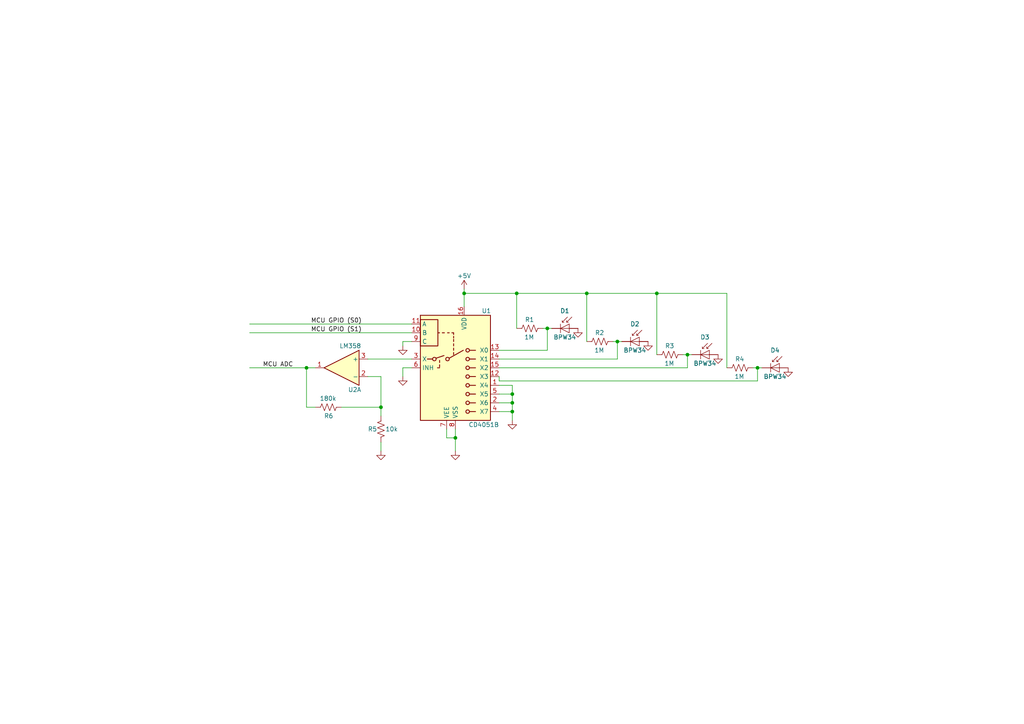
<source format=kicad_sch>
(kicad_sch (version 20211123) (generator eeschema)
  (paper "A4")
  (lib_symbols
    (symbol "Amplifier_Operational:LM358" (pin_names (offset 0.127))
      (property "Reference" "U" (at 0 5.08 0))
      (property "Value" "LM358" (at 0 -5.08 0))
      (symbol "LM358_1_1"
        (polyline (pts (xy -5.08 5.08) (xy 5.08 0) (xy -5.08 -5.08) (xy -5.08 5.08)) (stroke (width 0.254)) (fill (type background)))
        (pin output line (at 7.62 0 180) (length 2.54) (name "~") (number "1"))
        (pin input line (at -7.62 -2.54 0) (length 2.54) (name "-") (number "2"))
        (pin input line (at -7.62 2.54 0) (length 2.54) (name "+") (number "3"))
      )
      (symbol "LM358_2_1"
        (polyline (pts (xy -5.08 5.08) (xy 5.08 0) (xy -5.08 -5.08) (xy -5.08 5.08)) (stroke (width 0.254)) (fill (type background)))
        (pin input line (at -7.62 2.54 0) (length 2.54) (name "+") (number "5"))
        (pin input line (at -7.62 -2.54 0) (length 2.54) (name "-") (number "6"))
        (pin output line (at 7.62 0 180) (length 2.54) (name "~") (number "7"))
      )
      (symbol "LM358_3_1"
        (pin power_in line (at -2.54 -7.62 90) (length 3.81) (name "V-") (number "4"))
        (pin power_in line (at -2.54 7.62 270) (length 3.81) (name "V+") (number "8"))
      )
    )
    (symbol "Analog_Switch:CD4051B"
      (property "Reference" "U" (at -10.16 16.51 0))
      (property "Value" "CD4051B" (at 3.81 16.51 0))
      (symbol "CD4051B_0_1"
        (rectangle (start -10.16 6.35) (end -5.08 13.97) (stroke (width 0.254)))
        (rectangle (start -10.16 15.24) (end 10.16 -15.24) (stroke (width 0.254)) (fill (type background)))
        (circle (center -6.096 2.54) (radius 0.508) (stroke (width 0.254)))
        (circle (center -2.286 2.54) (radius 0.508) (stroke (width 0.254)))
        (polyline (pts (xy -8.128 2.54) (xy -6.604 2.54)) (stroke (width 0.254)))
        (polyline (pts (xy -5.588 2.794) (xy -3.302 3.556)) (stroke (width 0.254)))
        (polyline (pts (xy -4.572 0) (xy -5.207 0)) (stroke (width 0.254)))
        (polyline (pts (xy -4.572 0.254) (xy -4.572 0.889)) (stroke (width 0.254)))
        (polyline (pts (xy -4.572 1.524) (xy -4.572 2.159)) (stroke (width 0.254)))
        (polyline (pts (xy -4.572 10.16) (xy -5.08 10.16)) (stroke (width 0.254)))
        (polyline (pts (xy -3.81 10.16) (xy -3.175 10.16)) (stroke (width 0.254)))
        (polyline (pts (xy -1.778 2.794) (xy 2.286 5.08)) (stroke (width 0.254)))
        (polyline (pts (xy -1.778 10.16) (xy -2.286 10.16)) (stroke (width 0.254)))
        (polyline (pts (xy -0.508 3.81) (xy -0.508 4.445)) (stroke (width 0.254)))
        (polyline (pts (xy -0.508 5.08) (xy -0.508 5.715)) (stroke (width 0.254)))
        (polyline (pts (xy -0.508 6.35) (xy -0.508 6.985)) (stroke (width 0.254)))
        (polyline (pts (xy -0.508 7.62) (xy -0.508 8.255)) (stroke (width 0.254)))
        (polyline (pts (xy -0.508 8.636) (xy -0.508 9.144)) (stroke (width 0.254)))
        (polyline (pts (xy -0.508 9.652) (xy -0.508 10.16)) (stroke (width 0.254)))
        (polyline (pts (xy -0.508 10.16) (xy -1.016 10.16)) (stroke (width 0.254)))
        (polyline (pts (xy 4.064 -12.7) (xy 5.842 -12.7)) (stroke (width 0.254)))
        (polyline (pts (xy 4.064 -10.16) (xy 5.842 -10.16)) (stroke (width 0.254)))
        (polyline (pts (xy 4.064 -7.62) (xy 5.842 -7.62)) (stroke (width 0.254)))
        (polyline (pts (xy 4.064 -5.08) (xy 5.842 -5.08)) (stroke (width 0.254)))
        (polyline (pts (xy 4.064 -2.54) (xy 5.842 -2.54)) (stroke (width 0.254)))
        (polyline (pts (xy 4.064 0) (xy 5.842 0)) (stroke (width 0.254)))
        (polyline (pts (xy 4.064 2.54) (xy 5.842 2.54)) (stroke (width 0.254)))
        (polyline (pts (xy 4.064 5.08) (xy 5.842 5.08)) (stroke (width 0.254)))
        (circle (center 3.556 -12.7) (radius 0.508) (stroke (width 0.254)))
        (circle (center 3.556 -10.16) (radius 0.508) (stroke (width 0.254)))
        (circle (center 3.556 -7.62) (radius 0.508) (stroke (width 0.254)))
        (circle (center 3.556 -5.08) (radius 0.508) (stroke (width 0.254)))
        (circle (center 3.556 -2.54) (radius 0.508) (stroke (width 0.254)))
        (circle (center 3.556 0) (radius 0.508) (stroke (width 0.254)))
        (circle (center 3.556 2.54) (radius 0.508) (stroke (width 0.254)))
        (circle (center 3.556 5.08) (radius 0.508) (stroke (width 0.254)))
      )
      (symbol "CD4051B_1_1"
        (pin bidirectional line (at 12.7 -5.08 180) (length 2.54) (name "X4") (number "1"))
        (pin input line (at -12.7 10.16 0) (length 2.54) (name "B") (number "10"))
        (pin input line (at -12.7 12.7 0) (length 2.54) (name "A") (number "11"))
        (pin bidirectional line (at 12.7 -2.54 180) (length 2.54) (name "X3") (number "12"))
        (pin bidirectional line (at 12.7 5.08 180) (length 2.54) (name "X0") (number "13"))
        (pin bidirectional line (at 12.7 2.54 180) (length 2.54) (name "X1") (number "14"))
        (pin bidirectional line (at 12.7 0 180) (length 2.54) (name "X2") (number "15"))
        (pin power_in line (at 2.54 17.78 270) (length 2.54) (name "VDD") (number "16"))
        (pin bidirectional line (at 12.7 -10.16 180) (length 2.54) (name "X6") (number "2"))
        (pin bidirectional line (at -12.7 2.54 0) (length 2.54) (name "X") (number "3"))
        (pin bidirectional line (at 12.7 -12.7 180) (length 2.54) (name "X7") (number "4"))
        (pin bidirectional line (at 12.7 -7.62 180) (length 2.54) (name "X5") (number "5"))
        (pin input line (at -12.7 0 0) (length 2.54) (name "INH") (number "6"))
        (pin power_in line (at -2.54 -17.78 90) (length 2.54) (name "VEE") (number "7"))
        (pin power_in line (at 0 -17.78 90) (length 2.54) (name "VSS") (number "8"))
        (pin input line (at -12.7 7.62 0) (length 2.54) (name "C") (number "9"))
      )
    )
    (symbol "Device:R_US" (pin_numbers hide) (pin_names (offset 0))
      (property "Reference" "R" (at 2.54 0 90))
      (property "Value" "R_US" (at -2.54 0 90))
      (symbol "R_US_0_1"
        (polyline (pts (xy 0 -2.286) (xy 0 -2.54)))
        (polyline (pts (xy 0 2.286) (xy 0 2.54)))
        (polyline (pts (xy 0 -0.762) (xy 1.016 -1.143) (xy 0 -1.524) (xy -1.016 -1.905) (xy 0 -2.286)))
        (polyline (pts (xy 0 0.762) (xy 1.016 0.381) (xy 0 0) (xy -1.016 -0.381) (xy 0 -0.762)))
        (polyline (pts (xy 0 2.286) (xy 1.016 1.905) (xy 0 1.524) (xy -1.016 1.143) (xy 0 0.762)))
      )
      (symbol "R_US_1_1"
        (pin passive line (at 0 3.81 270) (length 1.27) (name "~") (number "1"))
        (pin passive line (at 0 -3.81 90) (length 1.27) (name "~") (number "2"))
      )
    )
    (symbol "Sensor_Optical:BPW34-SMD" (pin_numbers hide) (pin_names (offset 1.016) hide)
      (property "Reference" "D" (at 0.508 1.778 0))
      (property "Value" "BPW34-SMD" (at -1.016 -2.794 0))
      (symbol "BPW34-SMD_0_1"
        (polyline (pts (xy -2.54 1.27) (xy -2.54 -1.27)) (stroke (width 0.1524)))
        (polyline (pts (xy -2.032 1.778) (xy -1.524 1.778)))
        (polyline (pts (xy 0 -1.27) (xy 0 1.27)))
        (polyline (pts (xy 0 0) (xy -2.54 0)))
        (polyline (pts (xy -0.508 3.302) (xy -2.032 1.778) (xy -2.032 2.286)))
        (polyline (pts (xy 0 1.27) (xy -2.54 0) (xy 0 -1.27)))
        (polyline (pts (xy 0.762 3.302) (xy -0.762 1.778) (xy -0.762 2.286) (xy -0.762 1.778) (xy -0.254 1.778)))
      )
      (symbol "BPW34-SMD_1_1"
        (pin passive line (at -5.08 0 0) (length 2.54) (name "K") (number "1"))
        (pin passive line (at 2.54 0 180) (length 2.54) (name "A") (number "2"))
      )
    )
    (symbol "power:+5V" (power) (pin_names (offset 0))
      (property "Value" "+5V" (at 0 3.556 0))
      (symbol "+5V_0_1"
        (polyline (pts (xy -0.762 1.27) (xy 0 2.54)))
        (polyline (pts (xy 0 0) (xy 0 2.54)))
        (polyline (pts (xy 0 2.54) (xy 0.762 1.27)))
      )
      (symbol "+5V_1_1"
        (pin power_in line (at 0 0 90) (length 0) hide (name "+5V") (number "1"))
      )
    )
    (symbol "power:GND" (power) (pin_names (offset 0))
      (property "Value" "GND" (at 0 -3.81 0))
      (symbol "GND_0_1"
        (polyline (pts (xy 0 0) (xy 0 -1.27) (xy 1.27 -1.27) (xy 0 -2.54) (xy -1.27 -1.27) (xy 0 -1.27)))
      )
      (symbol "GND_1_1"
        (pin power_in line (at 0 0 270) (length 0) hide (name "GND") (number "1"))
      )
    )
  )
  (junction (at 199.39 102.87))
  (junction (at 149.86 85.09))
  (junction (at 110.49 118.11))
  (junction (at 190.5 85.09))
  (junction (at 170.18 85.09))
  (junction (at 148.59 119.38))
  (junction (at 88.9 106.68))
  (junction (at 179.07 99.06))
  (junction (at 219.71 106.68))
  (junction (at 132.08 127))
  (junction (at 148.59 114.3))
  (junction (at 134.62 85.09))
  (junction (at 158.75 95.25))
  (junction (at 148.59 116.84))
  (wire (pts (xy 72.39 93.98) (xy 119.38 93.98)))
  (wire (pts (xy 148.59 114.3) (xy 148.59 116.84)))
  (wire (pts (xy 148.59 119.38) (xy 148.59 121.92)))
  (wire (pts (xy 110.49 109.22) (xy 110.49 118.11)))
  (wire (pts (xy 72.39 106.68) (xy 88.9 106.68)))
  (wire (pts (xy 110.49 109.22) (xy 106.68 109.22)))
  (wire (pts (xy 132.08 127) (xy 132.08 130.81)))
  (wire (pts (xy 144.78 111.76) (xy 148.59 111.76)))
  (wire (pts (xy 144.78 110.49) (xy 144.78 109.22)))
  (wire (pts (xy 179.07 99.06) (xy 180.34 99.06)))
  (wire (pts (xy 134.62 85.09) (xy 149.86 85.09)))
  (wire (pts (xy 148.59 111.76) (xy 148.59 114.3)))
  (wire (pts (xy 144.78 101.6) (xy 158.75 101.6)))
  (wire (pts (xy 179.07 104.14) (xy 179.07 99.06)))
  (wire (pts (xy 170.18 99.06) (xy 170.18 85.09)))
  (wire (pts (xy 106.68 104.14) (xy 119.38 104.14)))
  (wire (pts (xy 72.39 96.52) (xy 119.38 96.52)))
  (wire (pts (xy 116.84 99.06) (xy 119.38 99.06)))
  (wire (pts (xy 144.78 119.38) (xy 148.59 119.38)))
  (wire (pts (xy 144.78 110.49) (xy 219.71 110.49)))
  (wire (pts (xy 158.75 101.6) (xy 158.75 95.25)))
  (wire (pts (xy 116.84 106.68) (xy 119.38 106.68)))
  (wire (pts (xy 144.78 116.84) (xy 148.59 116.84)))
  (wire (pts (xy 144.78 104.14) (xy 179.07 104.14)))
  (wire (pts (xy 158.75 95.25) (xy 160.02 95.25)))
  (wire (pts (xy 134.62 83.82) (xy 134.62 85.09)))
  (wire (pts (xy 88.9 118.11) (xy 88.9 106.68)))
  (wire (pts (xy 157.48 95.25) (xy 158.75 95.25)))
  (wire (pts (xy 210.82 85.09) (xy 190.5 85.09)))
  (wire (pts (xy 219.71 106.68) (xy 220.98 106.68)))
  (wire (pts (xy 210.82 106.68) (xy 210.82 85.09)))
  (wire (pts (xy 199.39 106.68) (xy 199.39 102.87)))
  (wire (pts (xy 132.08 124.46) (xy 132.08 127)))
  (wire (pts (xy 110.49 130.81) (xy 110.49 128.27)))
  (wire (pts (xy 132.08 127) (xy 129.54 127)))
  (wire (pts (xy 134.62 85.09) (xy 134.62 88.9)))
  (wire (pts (xy 198.12 102.87) (xy 199.39 102.87)))
  (wire (pts (xy 129.54 127) (xy 129.54 124.46)))
  (wire (pts (xy 116.84 109.22) (xy 116.84 106.68)))
  (wire (pts (xy 218.44 106.68) (xy 219.71 106.68)))
  (wire (pts (xy 91.44 106.68) (xy 88.9 106.68)))
  (wire (pts (xy 177.8 99.06) (xy 179.07 99.06)))
  (wire (pts (xy 116.84 100.33) (xy 116.84 99.06)))
  (wire (pts (xy 219.71 110.49) (xy 219.71 106.68)))
  (wire (pts (xy 144.78 106.68) (xy 199.39 106.68)))
  (wire (pts (xy 170.18 85.09) (xy 190.5 85.09)))
  (wire (pts (xy 110.49 118.11) (xy 99.06 118.11)))
  (wire (pts (xy 144.78 114.3) (xy 148.59 114.3)))
  (wire (pts (xy 148.59 116.84) (xy 148.59 119.38)))
  (wire (pts (xy 190.5 102.87) (xy 190.5 85.09)))
  (wire (pts (xy 91.44 118.11) (xy 88.9 118.11)))
  (wire (pts (xy 110.49 120.65) (xy 110.49 118.11)))
  (wire (pts (xy 149.86 85.09) (xy 170.18 85.09)))
  (wire (pts (xy 199.39 102.87) (xy 200.66 102.87)))
  (wire (pts (xy 149.86 95.25) (xy 149.86 85.09)))
  (label "MCU GPIO (S1)" (at 90.17 96.52 0))
  (label "MCU ADC" (at 76.2 106.68 0))
  (label "MCU GPIO (S0)" (at 90.17 93.98 0))
  (symbol (lib_id "power:GND") (at 187.96 99.06 0) (unit 1)
    (property "Reference" "#PWR?" (effects hide))
    (property "Value" "GND" (effects hide))
  )
  (symbol (lib_id "Sensor_Optical:BPW34-SMD") (at 165.1 95.25 0) (unit 1)
    (property "Reference" "D1" (at 163.83 90.17 0))
    (property "Value" "BPW34" (at 163.83 97.79 0))
    (property "Footprint" "OptoDevice:Osram_BPW34S-SMD" (effects hide))
    (property "Datasheet" "https://dammedia.osram.info/media/resource/hires/osram-dam-5488319/BPW%2034%20S_EN.pdf" (effects hide))
  )
  (symbol (lib_id "Sensor_Optical:BPW34-SMD") (at 185.42 99.06 0) (unit 1)
    (property "Reference" "D2" (at 184.15 93.98 0))
    (property "Value" "BPW34" (at 184.15 101.6 0))
    (property "Footprint" "OptoDevice:Osram_BPW34S-SMD" (effects hide))
    (property "Datasheet" "https://dammedia.osram.info/media/resource/hires/osram-dam-5488319/BPW%2034%20S_EN.pdf" (effects hide))
  )
  (symbol (lib_id "power:GND") (at 148.59 121.92 0) (unit 1)
    (property "Reference" "#PWR?" (effects hide))
    (property "Value" "GND" (effects hide))
  )
  (symbol (lib_id "power:GND") (at 228.6 106.68 0) (unit 1)
    (property "Reference" "#PWR?" (effects hide))
    (property "Value" "GND" (effects hide))
  )
  (symbol (lib_id "Device:R_US") (at 110.49 124.46 0) (mirror x) (unit 1)
    (property "Reference" "R5" (at 106.68 124.46 0) (effects (justify left)))
    (property "Value" "10k" (at 111.76 124.46 0) (effects (justify left)))
  )
  (symbol (lib_id "power:GND") (at 116.84 109.22 0) (unit 1)
    (property "Reference" "#PWR?" (effects hide))
    (property "Value" "GND" (effects hide))
  )
  (symbol (lib_id "Device:R_US") (at 194.31 102.87 90) (unit 1)
    (property "Reference" "R3" (at 195.58 100.33 90) (effects (justify left)))
    (property "Value" "1M" (at 195.58 105.41 90) (effects (justify left)))
  )
  (symbol (lib_id "power:+5V") (at 134.62 83.82 0) (unit 1)
    (property "Reference" "#PWR?" (effects hide))
    (property "Value" "+5V" (at 134.62 80.01 0))
  )
  (symbol (lib_id "power:GND") (at 132.08 130.81 0) (unit 1)
    (property "Reference" "#PWR?" (effects hide))
    (property "Value" "GND" (effects hide))
  )
  (symbol (lib_id "power:GND") (at 110.49 130.81 0) (mirror y) (unit 1)
    (property "Reference" "#PWR?" (effects hide))
    (property "Value" "GND" (effects hide))
  )
  (symbol (lib_id "power:GND") (at 116.84 100.33 0) (unit 1)
    (property "Reference" "#PWR?" (effects hide))
    (property "Value" "GND" (effects hide))
  )
  (symbol (lib_id "Amplifier_Operational:LM358") (at 99.06 106.68 0) (mirror y) (unit 1)
    (property "Reference" "U2" (at 102.87 113.03 0))
    (property "Value" "LM358" (at 101.6 100.33 0))
    (property "Datasheet" "http://www.ti.com/lit/ds/symlink/lm2904-n.pdf" (effects hide))
  )
  (symbol (lib_id "Device:R_US") (at 173.99 99.06 90) (unit 1)
    (property "Reference" "R2" (at 175.26 96.52 90) (effects (justify left)))
    (property "Value" "1M" (at 175.26 101.6 90) (effects (justify left)))
  )
  (symbol (lib_id "Sensor_Optical:BPW34-SMD") (at 226.06 106.68 0) (unit 1)
    (property "Reference" "D4" (at 224.79 101.6 0))
    (property "Value" "BPW34" (at 224.79 109.22 0))
    (property "Footprint" "OptoDevice:Osram_BPW34S-SMD" (effects hide))
    (property "Datasheet" "https://dammedia.osram.info/media/resource/hires/osram-dam-5488319/BPW%2034%20S_EN.pdf" (effects hide))
  )
  (symbol (lib_id "Sensor_Optical:BPW34-SMD") (at 205.74 102.87 0) (unit 1)
    (property "Reference" "D3" (at 204.47 97.79 0))
    (property "Value" "BPW34" (at 204.47 105.41 0))
    (property "Footprint" "OptoDevice:Osram_BPW34S-SMD" (effects hide))
    (property "Datasheet" "https://dammedia.osram.info/media/resource/hires/osram-dam-5488319/BPW%2034%20S_EN.pdf" (effects hide))
  )
  (symbol (lib_id "Device:R_US") (at 214.63 106.68 90) (unit 1)
    (property "Reference" "R4" (at 215.9 104.14 90) (effects (justify left)))
    (property "Value" "1M" (at 215.9 109.22 90) (effects (justify left)))
  )
  (symbol (lib_id "power:GND") (at 208.28 102.87 0) (unit 1)
    (property "Reference" "#PWR?" (effects hide))
    (property "Value" "GND" (effects hide))
  )
  (symbol (lib_id "Device:R_US") (at 153.67 95.25 90) (unit 1)
    (property "Reference" "R1" (at 154.94 92.71 90) (effects (justify left)))
    (property "Value" "1M" (at 154.94 97.79 90) (effects (justify left)))
  )
  (symbol (lib_id "Analog_Switch:CD4051B") (at 132.08 106.68 0) (unit 1)
    (property "Reference" "U1" (at 139.7 90.17 0) (effects (justify left)))
    (property "Value" "CD4051B" (at 135.89 123.19 0) (effects (justify left)))
    (property "Datasheet" "http://www.ti.com/lit/ds/symlink/cd4052b.pdf" (effects hide))
  )
  (symbol (lib_id "Device:R_US") (at 95.25 118.11 270) (unit 1)
    (property "Reference" "R6" (at 93.98 120.65 90) (effects (justify left)))
    (property "Value" "180k" (at 92.71 115.57 90) (effects (justify left)))
  )
  (symbol (lib_id "power:GND") (at 167.64 95.25 0) (unit 1)
    (property "Reference" "#PWR?" (effects hide))
    (property "Value" "GND" (effects hide))
  )
)
</source>
